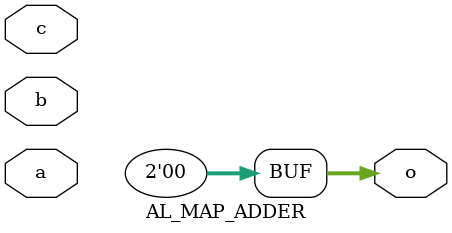
<source format=v>
module AL_MAP_SEQ(	// file.cleaned.mlir:2:3
  input  ce,	// file.cleaned.mlir:2:28
         clk,	// file.cleaned.mlir:2:41
         sr,	// file.cleaned.mlir:2:55
         d,	// file.cleaned.mlir:2:68
  output q	// file.cleaned.mlir:2:81
);

  assign q = 1'h0;	// file.cleaned.mlir:3:14, :4:5
endmodule

module AL_MAP_LUT1(	// file.cleaned.mlir:6:3
  input  a,	// file.cleaned.mlir:6:29
  output o	// file.cleaned.mlir:6:42
);

  wire [1:0] _GEN = 2'h0 >> a;	// file.cleaned.mlir:7:14, :10:10
  assign o = _GEN[0];	// file.cleaned.mlir:10:10, :11:10, :12:5
endmodule

module AL_MAP_LUT2(	// file.cleaned.mlir:14:3
  input  a,	// file.cleaned.mlir:14:29
         b,	// file.cleaned.mlir:14:41
  output o	// file.cleaned.mlir:14:54
);

  wire [3:0] _GEN = 4'h0 >> {2'h0, b, a};	// file.cleaned.mlir:15:14, :16:14, :17:10, :18:10
  assign o = _GEN[0];	// file.cleaned.mlir:18:10, :19:10, :20:5
endmodule

module AL_MAP_LUT3(	// file.cleaned.mlir:22:3
  input  a,	// file.cleaned.mlir:22:29
         b,	// file.cleaned.mlir:22:41
         c,	// file.cleaned.mlir:22:53
  output o	// file.cleaned.mlir:22:66
);

  wire [7:0] _GEN = 8'h0 >> {5'h0, c, b, a};	// file.cleaned.mlir:23:14, :24:14, :25:10, :26:10
  assign o = _GEN[0];	// file.cleaned.mlir:26:10, :27:10, :28:5
endmodule

module AL_MAP_LUT4(	// file.cleaned.mlir:30:3
  input  a,	// file.cleaned.mlir:30:29
         b,	// file.cleaned.mlir:30:41
         c,	// file.cleaned.mlir:30:53
         d,	// file.cleaned.mlir:30:65
  output o	// file.cleaned.mlir:30:78
);

  wire [15:0] _GEN = 16'h0 >> {12'h0, d, c, b, a};	// file.cleaned.mlir:31:15, :32:15, :33:10, :34:10
  assign o = _GEN[0];	// file.cleaned.mlir:34:10, :35:10, :36:5
endmodule

module AL_MAP_LUT5(	// file.cleaned.mlir:38:3
  input  a,	// file.cleaned.mlir:38:29
         b,	// file.cleaned.mlir:38:41
         c,	// file.cleaned.mlir:38:53
         d,	// file.cleaned.mlir:38:65
         e,	// file.cleaned.mlir:38:77
  output o	// file.cleaned.mlir:38:90
);

  wire [31:0] _GEN = 32'h0 >> {27'h0, e, d, c, b, a};	// file.cleaned.mlir:39:15, :40:15, :41:10, :42:10
  assign o = _GEN[0];	// file.cleaned.mlir:42:10, :43:10, :44:5
endmodule

module AL_MAP_LUT6(	// file.cleaned.mlir:46:3
  input  a,	// file.cleaned.mlir:46:29
         b,	// file.cleaned.mlir:46:41
         c,	// file.cleaned.mlir:46:53
         d,	// file.cleaned.mlir:46:65
         e,	// file.cleaned.mlir:46:77
         f,	// file.cleaned.mlir:46:89
  output o	// file.cleaned.mlir:46:102
);

  wire [63:0] _GEN = 64'h0 >> {58'h0, f, e, d, c, b, a};	// file.cleaned.mlir:47:15, :48:15, :49:10, :50:10
  assign o = _GEN[0];	// file.cleaned.mlir:50:10, :51:10, :52:5
endmodule

module AL_MAP_ALU2B(	// file.cleaned.mlir:54:3
  input  cin,	// file.cleaned.mlir:54:30
         a0,	// file.cleaned.mlir:54:44
         b0,	// file.cleaned.mlir:54:57
         c0,	// file.cleaned.mlir:54:70
         d0,	// file.cleaned.mlir:54:83
         a1,	// file.cleaned.mlir:54:96
         b1,	// file.cleaned.mlir:54:109
         c1,	// file.cleaned.mlir:54:122
         d1,	// file.cleaned.mlir:54:135
  output s0,	// file.cleaned.mlir:54:149
         s1,	// file.cleaned.mlir:54:162
         cout	// file.cleaned.mlir:54:175
);

  assign s0 = 1'h0;	// file.cleaned.mlir:55:14, :56:5
  assign s1 = 1'h0;	// file.cleaned.mlir:55:14, :56:5
  assign cout = 1'h0;	// file.cleaned.mlir:55:14, :56:5
endmodule

module AL_MAP_ADDER(	// file.cleaned.mlir:58:3
  input        a,	// file.cleaned.mlir:58:30
               b,	// file.cleaned.mlir:58:42
               c,	// file.cleaned.mlir:58:54
  output [1:0] o	// file.cleaned.mlir:58:67
);

  assign o = 2'h0;	// file.cleaned.mlir:59:14, :60:5
endmodule


</source>
